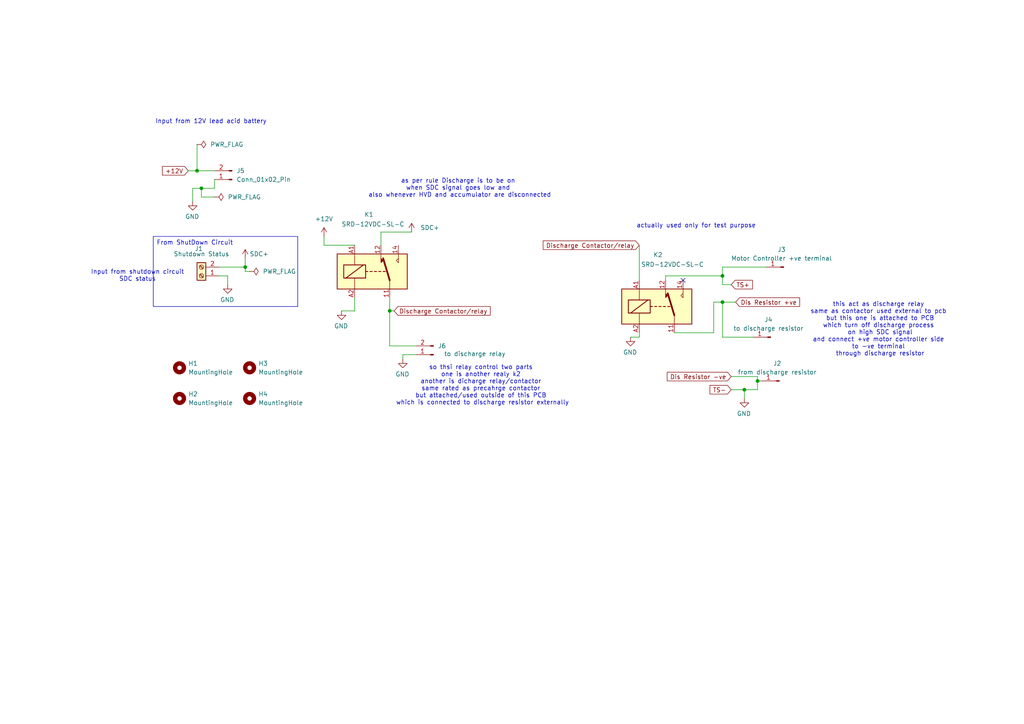
<source format=kicad_sch>
(kicad_sch (version 20231120) (generator "eeschema") (generator_version "8.0")
  (paper "A4")
  (lib_symbols
    (symbol "Connector:Conn_01x01_Pin" (pin_names (offset 1.016) hide)
      (property "Reference" "J" (at 0 2.54 0))
      (property "Value" "Conn_01x01_Pin" (at 0 -2.54 0))
      (symbol "Conn_01x01_Pin_1_1"
        (polyline (pts (xy 1.27 0) (xy 0.8636 0)) (stroke (width 0.1524)))
        (rectangle (start 0.8636 0.127) (end 0 -0.127) (stroke (width 0.1524)) (fill (type outline)))
        (pin passive line (at 5.08 0 180) (length 3.81) (name "Pin_1") (number "1"))
      )
    )
    (symbol "Connector:Conn_01x02_Pin" (pin_names (offset 1.016) hide)
      (property "Reference" "J" (at 0 2.54 0))
      (property "Value" "Conn_01x02_Pin" (at 0 -5.08 0))
      (symbol "Conn_01x02_Pin_1_1"
        (polyline (pts (xy 1.27 -2.54) (xy 0.8636 -2.54)) (stroke (width 0.1524)))
        (polyline (pts (xy 1.27 0) (xy 0.8636 0)) (stroke (width 0.1524)))
        (rectangle (start 0.8636 -2.413) (end 0 -2.667) (stroke (width 0.1524)) (fill (type outline)))
        (rectangle (start 0.8636 0.127) (end 0 -0.127) (stroke (width 0.1524)) (fill (type outline)))
        (pin passive line (at 5.08 0 180) (length 3.81) (name "Pin_1") (number "1"))
        (pin passive line (at 5.08 -2.54 180) (length 3.81) (name "Pin_2") (number "2"))
      )
    )
    (symbol "Connector:Screw_Terminal_01x02" (pin_names (offset 1.016) hide)
      (property "Reference" "J" (at 0 2.54 0))
      (property "Value" "Screw_Terminal_01x02" (at 0 -5.08 0))
      (symbol "Screw_Terminal_01x02_1_1"
        (rectangle (start -1.27 1.27) (end 1.27 -3.81) (stroke (width 0.254)) (fill (type background)))
        (circle (center 0 -2.54) (radius 0.635) (stroke (width 0.1524)))
        (polyline (pts (xy -0.5334 -2.2098) (xy 0.3302 -3.048)) (stroke (width 0.1524)))
        (polyline (pts (xy -0.5334 0.3302) (xy 0.3302 -0.508)) (stroke (width 0.1524)))
        (polyline (pts (xy -0.3556 -2.032) (xy 0.508 -2.8702)) (stroke (width 0.1524)))
        (polyline (pts (xy -0.3556 0.508) (xy 0.508 -0.3302)) (stroke (width 0.1524)))
        (circle (center 0 0) (radius 0.635) (stroke (width 0.1524)))
        (pin passive line (at -5.08 0 0) (length 3.81) (name "Pin_1") (number "1"))
        (pin passive line (at -5.08 -2.54 0) (length 3.81) (name "Pin_2") (number "2"))
      )
    )
    (symbol "Mechanical:MountingHole" (pin_names (offset 1.016)) (exclude_from_sim yes) (in_bom no)
      (property "Reference" "H" (at 0 5.08 0))
      (property "Value" "MountingHole" (at 0 3.175 0))
      (symbol "MountingHole_0_1"
        (circle (center 0 0) (radius 1.27) (stroke (width 1.27)))
      )
    )
    (symbol "Relay:Fujitsu_FTR-LYCA005x"
      (property "Reference" "K" (at 11.43 3.81 0))
      (property "Value" "Fujitsu_FTR-LYCA005x" (at 11.43 1.27 0))
      (symbol "Fujitsu_FTR-LYCA005x_0_0"
        (polyline (pts (xy 7.62 5.08) (xy 7.62 2.54) (xy 6.985 3.175) (xy 7.62 3.81)))
      )
      (symbol "Fujitsu_FTR-LYCA005x_0_1"
        (rectangle (start -10.16 5.08) (end 10.16 -5.08) (stroke (width 0.254)) (fill (type background)))
        (rectangle (start -8.255 1.905) (end -1.905 -1.905) (stroke (width 0.254)))
        (polyline (pts (xy -7.62 -1.905) (xy -2.54 1.905)) (stroke (width 0.254)))
        (polyline (pts (xy -5.08 -5.08) (xy -5.08 -1.905)))
        (polyline (pts (xy -5.08 5.08) (xy -5.08 1.905)))
        (polyline (pts (xy -1.905 0) (xy -1.27 0)) (stroke (width 0.254)))
        (polyline (pts (xy -0.635 0) (xy 0 0)) (stroke (width 0.254)))
        (polyline (pts (xy 0.635 0) (xy 1.27 0)) (stroke (width 0.254)))
        (polyline (pts (xy 1.905 0) (xy 2.54 0)) (stroke (width 0.254)))
        (polyline (pts (xy 3.175 0) (xy 3.81 0)) (stroke (width 0.254)))
        (polyline (pts (xy 5.08 -2.54) (xy 3.175 3.81)) (stroke (width 0.508)))
        (polyline (pts (xy 5.08 -2.54) (xy 5.08 -5.08)))
        (polyline (pts (xy 2.54 5.08) (xy 2.54 2.54) (xy 3.175 3.175) (xy 2.54 3.81)) (fill (type outline)))
      )
      (symbol "Fujitsu_FTR-LYCA005x_1_1"
        (pin passive line (at 5.08 -7.62 90) (length 2.54) (name "~") (number "11"))
        (pin passive line (at 2.54 7.62 270) (length 2.54) (name "~") (number "12"))
        (pin passive line (at 7.62 7.62 270) (length 2.54) (name "~") (number "14"))
        (pin passive line (at -5.08 7.62 270) (length 2.54) (name "~") (number "A1"))
        (pin passive line (at -5.08 -7.62 90) (length 2.54) (name "~") (number "A2"))
      )
    )
    (symbol "power:+12V" (power) (pin_names (offset 0))
      (property "Value" "+12V" (at 0 3.556 0))
      (symbol "+12V_0_1"
        (polyline (pts (xy -0.762 1.27) (xy 0 2.54)))
        (polyline (pts (xy 0 0) (xy 0 2.54)))
        (polyline (pts (xy 0 2.54) (xy 0.762 1.27)))
      )
      (symbol "+12V_1_1"
        (pin power_in line (at 0 0 90) (length 0) hide (name "+12V") (number "1"))
      )
    )
    (symbol "power:GND" (power) (pin_names (offset 0))
      (property "Value" "GND" (at 0 -3.81 0))
      (symbol "GND_0_1"
        (polyline (pts (xy 0 0) (xy 0 -1.27) (xy 1.27 -1.27) (xy 0 -2.54) (xy -1.27 -1.27) (xy 0 -1.27)))
      )
      (symbol "GND_1_1"
        (pin power_in line (at 0 0 270) (length 0) hide (name "GND") (number "1"))
      )
    )
    (symbol "power:PWR_FLAG" (power) (pin_numbers hide) (pin_names (offset 0) hide)
      (property "Value" "PWR_FLAG" (at 0 3.81 0))
      (symbol "PWR_FLAG_0_0"
        (pin power_out line (at 0 0 90) (length 0) (name "~") (number "1"))
      )
      (symbol "PWR_FLAG_0_1"
        (polyline (pts (xy 0 0) (xy 0 1.27) (xy -1.016 1.905) (xy 0 2.54) (xy 1.016 1.905) (xy 0 1.27)))
      )
    )
  )
  (junction (at 57.15 49.53))
  (junction (at 58.42 54.61))
  (junction (at 113.03 90.17))
  (junction (at 71.12 77.47))
  (junction (at 219.71 110.49))
  (junction (at 215.9 113.03))
  (junction (at 209.55 87.63))
  (junction (at 209.55 80.01))
  (no_connect (at 198.12 81.28))
  (wire (pts (xy 102.87 90.17) (xy 99.06 90.17)))
  (wire (pts (xy 209.55 80.01) (xy 209.55 82.55)))
  (wire (pts (xy 219.71 110.49) (xy 219.71 113.03)))
  (wire (pts (xy 212.09 113.03) (xy 215.9 113.03)))
  (wire (pts (xy 110.49 71.12) (xy 110.49 67.31)))
  (wire (pts (xy 57.15 41.91) (xy 57.15 49.53)))
  (wire (pts (xy 185.42 71.12) (xy 185.42 81.28)))
  (wire (pts (xy 207.01 96.52) (xy 207.01 87.63)))
  (wire (pts (xy 58.42 57.15) (xy 58.42 54.61)))
  (wire (pts (xy 207.01 87.63) (xy 209.55 87.63)))
  (wire (pts (xy 63.5 80.01) (xy 66.04 80.01)))
  (wire (pts (xy 57.15 49.53) (xy 62.23 49.53)))
  (wire (pts (xy 55.88 54.61) (xy 58.42 54.61)))
  (wire (pts (xy 219.71 109.22) (xy 219.71 110.49)))
  (wire (pts (xy 113.03 90.17) (xy 114.3 90.17)))
  (wire (pts (xy 212.09 109.22) (xy 219.71 109.22)))
  (wire (pts (xy 66.04 80.01) (xy 66.04 82.55)))
  (wire (pts (xy 62.23 52.07) (xy 62.23 54.61)))
  (wire (pts (xy 116.84 102.87) (xy 116.84 104.14)))
  (wire (pts (xy 215.9 113.03) (xy 215.9 115.57)))
  (wire (pts (xy 193.04 80.01) (xy 209.55 80.01)))
  (wire (pts (xy 113.03 86.36) (xy 113.03 90.17)))
  (wire (pts (xy 58.42 54.61) (xy 62.23 54.61)))
  (wire (pts (xy 209.55 77.47) (xy 209.55 80.01)))
  (wire (pts (xy 110.49 67.31) (xy 119.38 67.31)))
  (wire (pts (xy 219.71 110.49) (xy 220.98 110.49)))
  (wire (pts (xy 62.23 57.15) (xy 58.42 57.15)))
  (wire (pts (xy 54.61 49.53) (xy 57.15 49.53)))
  (wire (pts (xy 193.04 81.28) (xy 193.04 80.01)))
  (wire (pts (xy 71.12 78.74) (xy 71.12 77.47)))
  (wire (pts (xy 182.88 97.79) (xy 185.42 97.79)))
  (wire (pts (xy 195.58 96.52) (xy 207.01 96.52)))
  (wire (pts (xy 218.44 97.79) (xy 209.55 97.79)))
  (wire (pts (xy 113.03 100.33) (xy 113.03 90.17)))
  (wire (pts (xy 63.5 77.47) (xy 71.12 77.47)))
  (wire (pts (xy 102.87 86.36) (xy 102.87 90.17)))
  (wire (pts (xy 209.55 87.63) (xy 209.55 97.79)))
  (wire (pts (xy 55.88 58.42) (xy 55.88 54.61)))
  (wire (pts (xy 71.12 74.93) (xy 71.12 77.47)))
  (wire (pts (xy 222.25 77.47) (xy 209.55 77.47)))
  (wire (pts (xy 93.98 71.12) (xy 93.98 68.58)))
  (wire (pts (xy 185.42 97.79) (xy 185.42 96.52)))
  (wire (pts (xy 209.55 82.55) (xy 212.09 82.55)))
  (wire (pts (xy 72.39 78.74) (xy 71.12 78.74)))
  (wire (pts (xy 209.55 87.63) (xy 213.36 87.63)))
  (wire (pts (xy 102.87 71.12) (xy 93.98 71.12)))
  (wire (pts (xy 113.03 100.33) (xy 120.65 100.33)))
  (wire (pts (xy 215.9 113.03) (xy 219.71 113.03)))
  (wire (pts (xy 120.65 102.87) (xy 116.84 102.87)))
  (text_box "From ShutDown Circuit" (at 44.45 68.58 0) (size 41.91 20.32) (effects (font (size 1.27 1.27)) (justify left top)))
  (text "as per rule Discharge is to be on \nwhen SDC signal goes low and \nalso whenever HVD and accumulator are disconnected" (at 133.35 54.61 0) (effects (font (size 1.27 1.27))))
  (text "actually used only for test purpose" (at 201.93 65.532 0) (effects (font (size 1.27 1.27))))
  (text "so thsi relay control two parts \none is another realy k2 \nanother is dicharge relay/contactor \nsame rated as precahrge contactor \nbut attached/used outside of this PCB \nwhich is connected to discharge resistor externally" (at 139.954 111.76 0) (effects (font (size 1.27 1.27))))
  (text "Input from 12V lead acid battery" (at 61.214 35.306 0) (effects (font (size 1.27 1.27))))
  (text "Input from shutdown circuit\nSDC status" (at 39.878 80.01 0) (effects (font (size 1.27 1.27))))
  (text "this act as discharge relay \nsame as contactor used external to pcb \nbut this one is attached to PCB\nwhich turn off discharge process \non high SDC signal\nand connect +ve motor controller side \nto -ve terminal \nthrough discharge resistor\n" (at 255.27 95.504 0) (effects (font (size 1.27 1.27))))
  (global_label "Dis Resistor -ve" (shape input) (at 212.09 109.22 180) (property "Intersheetrefs" "${INTERSHEET_REFS}" (effects (hide yes))))
  (global_label "TS-" (shape input) (at 212.09 113.03 180) (property "Intersheetrefs" "${INTERSHEET_REFS}" (effects (hide yes))))
  (global_label "TS+" (shape input) (at 212.09 82.55 0) (property "Intersheetrefs" "${INTERSHEET_REFS}" (effects (hide yes))))
  (global_label "Discharge Contactor{slash}relay" (shape input) (at 114.3 90.17 0) (property "Intersheetrefs" "${INTERSHEET_REFS}" (effects (hide yes))))
  (global_label "Discharge Contactor{slash}relay" (shape input) (at 185.42 71.12 180) (property "Intersheetrefs" "${INTERSHEET_REFS}" (effects (hide yes))))
  (global_label "+12V" (shape input) (at 54.61 49.53 180) (property "Intersheetrefs" "${INTERSHEET_REFS}" (effects (hide yes))))
  (global_label "Dis Resistor +ve" (shape input) (at 213.36 87.63 0) (property "Intersheetrefs" "${INTERSHEET_REFS}" (effects (hide yes))))
  (symbol (lib_id "Connector:Conn_01x01_Pin") (at 226.06 110.49 180) (unit 1)
    (property "Reference" "J2" (at 225.425 105.41 0))
    (property "Value" "from discharge resistor" (at 225.425 107.95 0))
    (property "Footprint" "TerminalBlock_Phoenix:TerminalBlock_Phoenix_MKDS-1,5-2-5.08_1x02_P5.08mm_Horizontal" (effects (hide yes)))
    (property "Description" "Generic connector, single row, 01x01, script generated" (effects (hide yes)))
  )
  (symbol (lib_id "power:GND") (at 66.04 82.55 0) (mirror y) (unit 1)
    (property "Reference" "#PWR01" (effects (hide yes)))
    (property "Value" "GND" (at 65.913 86.9442 0))
  )
  (symbol (lib_id "Relay:Fujitsu_FTR-LYCA005x") (at 190.5 88.9 0) (unit 1)
    (property "Reference" "K2" (at 189.484 73.914 0) (effects (justify left)))
    (property "Value" "SRD-12VDC-SL-C" (at 185.928 76.708 0) (effects (justify left)))
    (property "Footprint" "Relay_THT:Relay_SPDT_Hongfa_HF3F-L-xx-1ZL1T" (effects (hide yes)))
    (property "Datasheet" "https://www.fujitsu.com/sg/imagesgig5/ftr-ly.pdf" (effects (hide yes)))
    (property "Description" "Relay, SPDT Form C, vertical mount, 5-60V coil, 6A, 250VAC, 28 x 5 x 15mm" (effects (hide yes)))
  )
  (symbol (lib_id "power:PWR_FLAG") (at 72.39 78.74 270) (unit 1)
    (property "Reference" "#FLG01" (effects (hide yes)))
    (property "Value" "PWR_FLAG" (at 76.2 78.7399 90) (effects (justify left)))
    (property "Description" "Special symbol for telling ERC where power comes from" (effects (hide yes)))
  )
  (symbol (lib_id "Mechanical:MountingHole") (at 52.07 106.68 0) (unit 1) (exclude_from_sim yes) (in_bom no)
    (property "Reference" "H1" (at 54.61 105.4099 0) (effects (justify left)))
    (property "Value" "MountingHole" (at 54.61 107.9499 0) (effects (justify left)))
    (property "Footprint" "MountingHole:MountingHole_4.3mm_M4" (effects (hide yes)))
    (property "Description" "Mounting Hole without connection" (effects (hide yes)))
  )
  (symbol (lib_id "Connector:Conn_01x02_Pin") (at 125.73 102.87 180) (unit 1)
    (property "Reference" "J6" (at 127 100.3299 0) (effects (justify right)))
    (property "Value" "to discharge relay" (at 128.778 102.616 0) (effects (justify right)))
    (property "Footprint" "TerminalBlock_Phoenix:TerminalBlock_Phoenix_MKDS-1,5-2-5.08_1x02_P5.08mm_Horizontal" (effects (hide yes)))
    (property "Description" "Generic connector, single row, 01x02, script generated" (effects (hide yes)))
  )
  (symbol (lib_id "power:GND") (at 55.88 58.42 0) (mirror y) (unit 1)
    (property "Reference" "#PWR03" (effects (hide yes)))
    (property "Value" "GND" (at 55.753 62.8142 0))
  )
  (symbol (lib_id "Mechanical:MountingHole") (at 52.07 115.57 0) (unit 1) (exclude_from_sim yes) (in_bom no)
    (property "Reference" "H2" (at 54.61 114.2999 0) (effects (justify left)))
    (property "Value" "MountingHole" (at 54.61 116.8399 0) (effects (justify left)))
    (property "Footprint" "MountingHole:MountingHole_4.3mm_M4" (effects (hide yes)))
    (property "Description" "Mounting Hole without connection" (effects (hide yes)))
  )
  (symbol (lib_id "power:GND") (at 99.06 90.17 0) (mirror y) (unit 1)
    (property "Reference" "#PWR07" (effects (hide yes)))
    (property "Value" "GND" (at 98.933 94.5642 0))
  )
  (symbol (lib_id "power:GND") (at 116.84 104.14 0) (mirror y) (unit 1)
    (property "Reference" "#PWR09" (effects (hide yes)))
    (property "Value" "GND" (at 116.713 108.5342 0))
  )
  (symbol (lib_id "power:+12V") (at 119.38 67.31 0) (unit 1)
    (property "Reference" "#PWR08" (effects (hide yes)))
    (property "Value" "SDC+" (at 121.92 66.0399 0) (effects (justify left)))
  )
  (symbol (lib_id "power:PWR_FLAG") (at 57.15 41.91 270) (unit 1)
    (property "Reference" "#FLG03" (effects (hide yes)))
    (property "Value" "PWR_FLAG" (at 60.96 41.9099 90) (effects (justify left)))
    (property "Description" "Special symbol for telling ERC where power comes from" (effects (hide yes)))
  )
  (symbol (lib_id "power:GND") (at 182.88 97.79 0) (mirror y) (unit 1)
    (property "Reference" "#PWR04" (effects (hide yes)))
    (property "Value" "GND" (at 182.753 102.1842 0))
  )
  (symbol (lib_id "Mechanical:MountingHole") (at 72.39 106.68 0) (unit 1) (exclude_from_sim yes) (in_bom no)
    (property "Reference" "H3" (at 74.93 105.4099 0) (effects (justify left)))
    (property "Value" "MountingHole" (at 74.93 107.9499 0) (effects (justify left)))
    (property "Footprint" "MountingHole:MountingHole_4.3mm_M4" (effects (hide yes)))
    (property "Description" "Mounting Hole without connection" (effects (hide yes)))
  )
  (symbol (lib_id "Connector:Conn_01x01_Pin") (at 223.52 97.79 180) (unit 1)
    (property "Reference" "J4" (at 222.885 92.71 0))
    (property "Value" "to discharge resistor" (at 222.885 95.25 0))
    (property "Footprint" "TerminalBlock_Phoenix:TerminalBlock_Phoenix_MKDS-1,5-2-5.08_1x02_P5.08mm_Horizontal" (effects (hide yes)))
    (property "Description" "Generic connector, single row, 01x01, script generated" (effects (hide yes)))
  )
  (symbol (lib_id "Connector:Conn_01x02_Pin") (at 67.31 52.07 180) (unit 1)
    (property "Reference" "J5" (at 68.58 49.5299 0) (effects (justify right)))
    (property "Value" "Conn_01x02_Pin" (at 68.58 52.0699 0) (effects (justify right)))
    (property "Footprint" "TerminalBlock_Phoenix:TerminalBlock_Phoenix_MKDS-1,5-2-5.08_1x02_P5.08mm_Horizontal" (effects (hide yes)))
    (property "Description" "Generic connector, single row, 01x02, script generated" (effects (hide yes)))
  )
  (symbol (lib_id "power:PWR_FLAG") (at 62.23 57.15 270) (unit 1)
    (property "Reference" "#FLG04" (effects (hide yes)))
    (property "Value" "PWR_FLAG" (at 66.04 57.1499 90) (effects (justify left)))
    (property "Description" "Special symbol for telling ERC where power comes from" (effects (hide yes)))
  )
  (symbol (lib_id "Connector:Screw_Terminal_01x02") (at 58.42 80.01 180) (unit 1)
    (property "Reference" "J1" (at 57.658 72.136 0))
    (property "Value" "Shutdown Status" (at 58.42 73.66 0))
    (property "Footprint" "TerminalBlock_Phoenix:TerminalBlock_Phoenix_MKDS-1,5-2-5.08_1x02_P5.08mm_Horizontal" (effects (hide yes)))
  )
  (symbol (lib_id "Connector:Conn_01x01_Pin") (at 227.33 77.47 180) (unit 1)
    (property "Reference" "J3" (at 226.695 72.39 0))
    (property "Value" "Motor Controller +ve terminal" (at 226.695 74.93 0))
    (property "Footprint" "TerminalBlock_Phoenix:TerminalBlock_Phoenix_MKDS-1,5-2-5.08_1x02_P5.08mm_Horizontal" (effects (hide yes)))
    (property "Description" "Generic connector, single row, 01x01, script generated" (effects (hide yes)))
  )
  (symbol (lib_id "power:+12V") (at 93.98 68.58 0) (unit 1)
    (property "Reference" "#PWR06" (effects (hide yes)))
    (property "Value" "+12V" (at 93.98 63.5 0))
  )
  (symbol (lib_id "Relay:Fujitsu_FTR-LYCA005x") (at 107.95 78.74 0) (unit 1)
    (property "Reference" "K1" (at 105.664 62.23 0) (effects (justify left)))
    (property "Value" "SRD-12VDC-SL-C" (at 99.06 65.024 0) (effects (justify left)))
    (property "Footprint" "Relay_THT:Relay_SPDT_Hongfa_HF3F-L-xx-1ZL1T" (effects (hide yes)))
    (property "Datasheet" "https://www.fujitsu.com/sg/imagesgig5/ftr-ly.pdf" (effects (hide yes)))
    (property "Description" "Relay, SPDT Form C, vertical mount, 5-60V coil, 6A, 250VAC, 28 x 5 x 15mm" (effects (hide yes)))
  )
  (symbol (lib_id "Mechanical:MountingHole") (at 72.39 115.57 0) (unit 1) (exclude_from_sim yes) (in_bom no)
    (property "Reference" "H4" (at 74.93 114.2999 0) (effects (justify left)))
    (property "Value" "MountingHole" (at 74.93 116.8399 0) (effects (justify left)))
    (property "Footprint" "MountingHole:MountingHole_4.3mm_M4" (effects (hide yes)))
    (property "Description" "Mounting Hole without connection" (effects (hide yes)))
  )
  (symbol (lib_id "power:GND") (at 215.9 115.57 0) (mirror y) (unit 1)
    (property "Reference" "#PWR05" (effects (hide yes)))
    (property "Value" "GND" (at 215.773 119.9642 0))
  )
  (symbol (lib_id "power:+12V") (at 71.12 74.93 0) (unit 1)
    (property "Reference" "#PWR02" (effects (hide yes)))
    (property "Value" "SDC+" (at 72.39 73.66 0) (effects (justify left)))
  )
)
</source>
